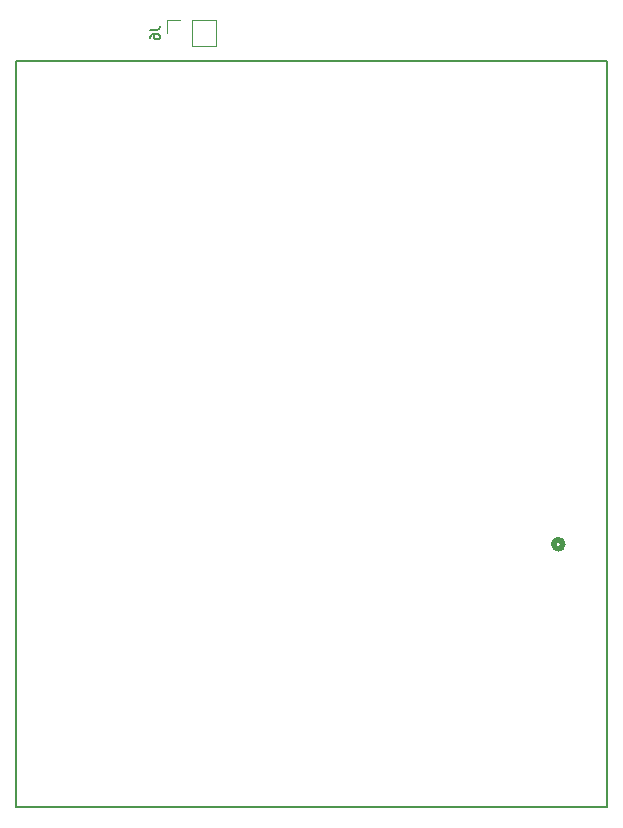
<source format=gbr>
G04 #@! TF.GenerationSoftware,KiCad,Pcbnew,7.0.5*
G04 #@! TF.CreationDate,2023-11-03T09:35:20+00:00*
G04 #@! TF.ProjectId,MaxTENS,4d617854-454e-4532-9e6b-696361645f70,rev?*
G04 #@! TF.SameCoordinates,Original*
G04 #@! TF.FileFunction,Legend,Bot*
G04 #@! TF.FilePolarity,Positive*
%FSLAX46Y46*%
G04 Gerber Fmt 4.6, Leading zero omitted, Abs format (unit mm)*
G04 Created by KiCad (PCBNEW 7.0.5) date 2023-11-03 09:35:20*
%MOMM*%
%LPD*%
G01*
G04 APERTURE LIST*
%ADD10C,0.200000*%
%ADD11C,0.150000*%
%ADD12C,0.508000*%
%ADD13C,0.120000*%
G04 APERTURE END LIST*
D10*
X198430000Y-46800000D02*
X248450000Y-46800000D01*
X248450000Y-109990000D01*
X198430000Y-109990000D01*
X198430000Y-46800000D01*
D11*
G04 #@! TO.C,J6*
X209802295Y-44183333D02*
X210373723Y-44183333D01*
X210373723Y-44183333D02*
X210488009Y-44145238D01*
X210488009Y-44145238D02*
X210564200Y-44069047D01*
X210564200Y-44069047D02*
X210602295Y-43954762D01*
X210602295Y-43954762D02*
X210602295Y-43878571D01*
X209802295Y-44907143D02*
X209802295Y-44754762D01*
X209802295Y-44754762D02*
X209840390Y-44678571D01*
X209840390Y-44678571D02*
X209878485Y-44640476D01*
X209878485Y-44640476D02*
X209992771Y-44564286D01*
X209992771Y-44564286D02*
X210145152Y-44526190D01*
X210145152Y-44526190D02*
X210449914Y-44526190D01*
X210449914Y-44526190D02*
X210526104Y-44564286D01*
X210526104Y-44564286D02*
X210564200Y-44602381D01*
X210564200Y-44602381D02*
X210602295Y-44678571D01*
X210602295Y-44678571D02*
X210602295Y-44830952D01*
X210602295Y-44830952D02*
X210564200Y-44907143D01*
X210564200Y-44907143D02*
X210526104Y-44945238D01*
X210526104Y-44945238D02*
X210449914Y-44983333D01*
X210449914Y-44983333D02*
X210259438Y-44983333D01*
X210259438Y-44983333D02*
X210183247Y-44945238D01*
X210183247Y-44945238D02*
X210145152Y-44907143D01*
X210145152Y-44907143D02*
X210107057Y-44830952D01*
X210107057Y-44830952D02*
X210107057Y-44678571D01*
X210107057Y-44678571D02*
X210145152Y-44602381D01*
X210145152Y-44602381D02*
X210183247Y-44564286D01*
X210183247Y-44564286D02*
X210259438Y-44526190D01*
D12*
G04 #@! TO.C,J5*
X244721001Y-87737000D02*
G75*
G03*
X244721001Y-87737000I-381000J0D01*
G01*
D13*
G04 #@! TO.C,J6*
X215360000Y-43390000D02*
X215360000Y-45510000D01*
X213300000Y-43390000D02*
X215360000Y-43390000D01*
X213300000Y-43390000D02*
X213300000Y-45510000D01*
X212300000Y-43390000D02*
X211240000Y-43390000D01*
X211240000Y-43390000D02*
X211240000Y-44450000D01*
X213300000Y-45510000D02*
X215360000Y-45510000D01*
G04 #@! TD*
M02*

</source>
